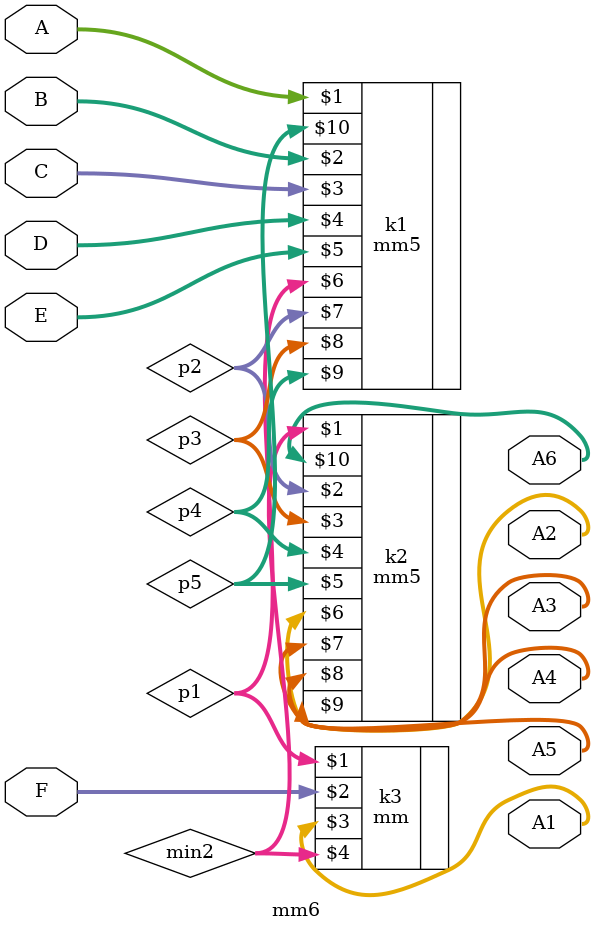
<source format=v>
module mm6(input [3:0] A,B,C,D,E,F,output [3:0] A1,A2,A3,A4,A5,A6);

wire [3:0] p1,p2,p3,p4,p5,min2;

mm5 k1(A,B,C,D,E,p1,p2,p3,p4,p5);
mm k3(p1,F,A1,min2);
mm5 k2(min2,p2,p3,p4,p5,A2,A3,A4,A5,A6);

endmodule
</source>
